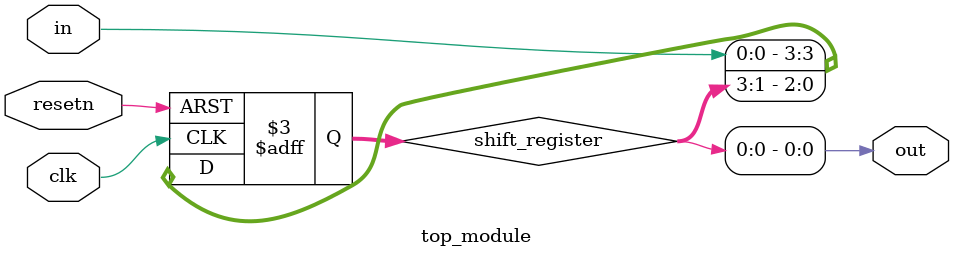
<source format=sv>
module top_module (
  input clk,
  input resetn,
  input in,
  output out
);

  reg [3:0] shift_register;
  wire [3:0] shifted_out;

  always @(posedge clk or negedge resetn) begin
    if (!resetn)
      shift_register <= 4'b0;
    else
      shift_register <= {in, shift_register[3:1]};
  end

  assign out = shift_register[0];

endmodule

</source>
